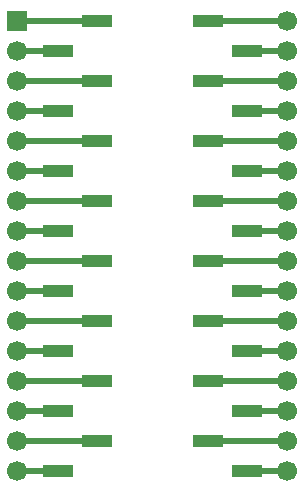
<source format=gbl>
G04 #@! TF.GenerationSoftware,KiCad,Pcbnew,9.0.6*
G04 #@! TF.CreationDate,2026-01-07T21:29:58-06:00*
G04 #@! TF.ProjectId,QFP-32_7x7_P0.8,5146502d-3332-45f3-9778-375f50302e38,rev?*
G04 #@! TF.SameCoordinates,Original*
G04 #@! TF.FileFunction,Copper,L2,Bot*
G04 #@! TF.FilePolarity,Positive*
%FSLAX46Y46*%
G04 Gerber Fmt 4.6, Leading zero omitted, Abs format (unit mm)*
G04 Created by KiCad (PCBNEW 9.0.6) date 2026-01-07 21:29:58*
%MOMM*%
%LPD*%
G01*
G04 APERTURE LIST*
G04 #@! TA.AperFunction,ComponentPad*
%ADD10R,1.700000X1.700000*%
G04 #@! TD*
G04 #@! TA.AperFunction,ComponentPad*
%ADD11C,1.700000*%
G04 #@! TD*
G04 #@! TA.AperFunction,SMDPad,CuDef*
%ADD12R,2.510000X1.000000*%
G04 #@! TD*
G04 #@! TA.AperFunction,Conductor*
%ADD13C,0.500000*%
G04 #@! TD*
G04 APERTURE END LIST*
D10*
X127000000Y-101600000D03*
D11*
X127000000Y-104140000D03*
X127000000Y-106680000D03*
X127000000Y-109220000D03*
X127000000Y-111760000D03*
X127000000Y-114300000D03*
X127000000Y-116840000D03*
X127000000Y-119380000D03*
X127000000Y-121920000D03*
X127000000Y-124460000D03*
X127000000Y-127000000D03*
X127000000Y-129540000D03*
X127000000Y-132080000D03*
X127000000Y-134620000D03*
X127000000Y-137160000D03*
X127000000Y-139700000D03*
X149860000Y-101600000D03*
X149860000Y-104140000D03*
X149860000Y-106680000D03*
X149860000Y-109220000D03*
X149860000Y-111760000D03*
X149860000Y-114300000D03*
X149860000Y-116840000D03*
X149860000Y-119380000D03*
X149860000Y-121920000D03*
X149860000Y-124460000D03*
X149860000Y-127000000D03*
X149860000Y-129540000D03*
X149860000Y-132080000D03*
X149860000Y-134620000D03*
X149860000Y-137160000D03*
X149860000Y-139700000D03*
D12*
X133735000Y-101596642D03*
X130425000Y-104136642D03*
X133735000Y-106676642D03*
X130425000Y-109216642D03*
X133735000Y-111756642D03*
X130425000Y-114296642D03*
X133735000Y-116836642D03*
X130425000Y-119376642D03*
X133735000Y-121916642D03*
X130425000Y-124456642D03*
X133735000Y-126996642D03*
X130425000Y-129536642D03*
X133735000Y-132076642D03*
X130425000Y-134616642D03*
X133735000Y-137156642D03*
X130425000Y-139696642D03*
X143125000Y-101596642D03*
X146435000Y-104136642D03*
X143125000Y-106676642D03*
X146435000Y-109216642D03*
X143125000Y-111756642D03*
X146435000Y-114296642D03*
X143125000Y-116836642D03*
X146435000Y-119376642D03*
X143125000Y-121916642D03*
X146435000Y-124456642D03*
X143125000Y-126996642D03*
X146435000Y-129536642D03*
X143125000Y-132076642D03*
X146435000Y-134616642D03*
X143125000Y-137156642D03*
X146435000Y-139696642D03*
D13*
X149864999Y-114295001D02*
X146444999Y-114295001D01*
X146444999Y-114295001D02*
X146439999Y-114300001D01*
X130425000Y-124465000D02*
X127005000Y-124465000D01*
X127005000Y-106676642D02*
X127000000Y-106681642D01*
X127000000Y-106680000D02*
X133730000Y-106680000D01*
X130425000Y-114304999D02*
X127005000Y-114305000D01*
X130425000Y-119385000D02*
X127005000Y-119385000D01*
X127005000Y-101596642D02*
X127000000Y-101601642D01*
X127000000Y-101600000D02*
X133730000Y-101600000D01*
X146444999Y-104135000D02*
X146439999Y-104140000D01*
X149864999Y-104135000D02*
X146444999Y-104135000D01*
X127000000Y-116840000D02*
X133730000Y-116840000D01*
X127005000Y-116836642D02*
X127000000Y-116841642D01*
X143129999Y-111760000D02*
X149859999Y-111759999D01*
X149859999Y-111759999D02*
X149864999Y-111754999D01*
X130424999Y-104145000D02*
X127005000Y-104145000D01*
X143129999Y-101600000D02*
X149860000Y-101600000D01*
X149860000Y-101600000D02*
X149865000Y-101595000D01*
X143129999Y-121920000D02*
X149859999Y-121920000D01*
X149859999Y-121920000D02*
X149864999Y-121915000D01*
X146444998Y-124455000D02*
X146439998Y-124460000D01*
X149865000Y-124455000D02*
X146444998Y-124455000D01*
X149864999Y-134614999D02*
X146444999Y-134614999D01*
X146444999Y-134614999D02*
X146439998Y-134620000D01*
X149859999Y-132080000D02*
X149864999Y-132075000D01*
X143129999Y-132080000D02*
X149859999Y-132080000D01*
X143129999Y-137160000D02*
X149859999Y-137160000D01*
X149859999Y-137160000D02*
X149864999Y-137155001D01*
X127000000Y-121920000D02*
X133730000Y-121920000D01*
X127005000Y-121916642D02*
X127000000Y-121921642D01*
X130425000Y-134625000D02*
X127005000Y-134625000D01*
X143129999Y-116839999D02*
X149859999Y-116840000D01*
X149859999Y-116840000D02*
X149864999Y-116835000D01*
X149864999Y-129535000D02*
X146444999Y-129535000D01*
X146444999Y-129535000D02*
X146439999Y-129540000D01*
X130425000Y-139705001D02*
X127005000Y-139705000D01*
X149864999Y-109215000D02*
X146444999Y-109215000D01*
X146444999Y-109215000D02*
X146439999Y-109220000D01*
X127000000Y-137160000D02*
X133730000Y-137160000D01*
X127005000Y-137156642D02*
X127000000Y-137161642D01*
X146444999Y-119375000D02*
X146439999Y-119380000D01*
X149864999Y-119375000D02*
X146444999Y-119375000D01*
X143129998Y-106680000D02*
X149859999Y-106680000D01*
X149859999Y-106680000D02*
X149864999Y-106675000D01*
X149864999Y-139695000D02*
X146444999Y-139695000D01*
X146444999Y-139695000D02*
X146439999Y-139700000D01*
X127000000Y-111760000D02*
X133730000Y-111760000D01*
X127005000Y-111756642D02*
X127000000Y-111761642D01*
X130425000Y-109225000D02*
X127005000Y-109225000D01*
X127005000Y-132076642D02*
X127000000Y-132081642D01*
X127000000Y-132080000D02*
X133730000Y-132080000D01*
X130425000Y-129545000D02*
X127005000Y-129545000D01*
X127000000Y-127000000D02*
X133730000Y-127000000D01*
X127005000Y-126996642D02*
X127000000Y-127001642D01*
X143129999Y-127000000D02*
X149859999Y-127000000D01*
X149859999Y-127000000D02*
X149864999Y-126995000D01*
M02*

</source>
